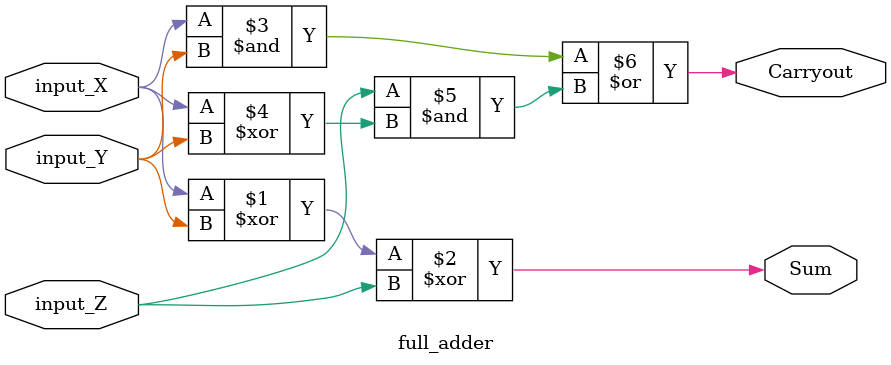
<source format=v>
module full_adder(
    output Sum,
    output Carryout,
    input input_X,
    input input_Y,
    input input_Z
    );
    
    assign Sum = input_X^input_Y^input_Z;
    assign Carryout = (input_X&input_Y) | (input_Z&(input_X^input_Y));
    
    
endmodule

</source>
